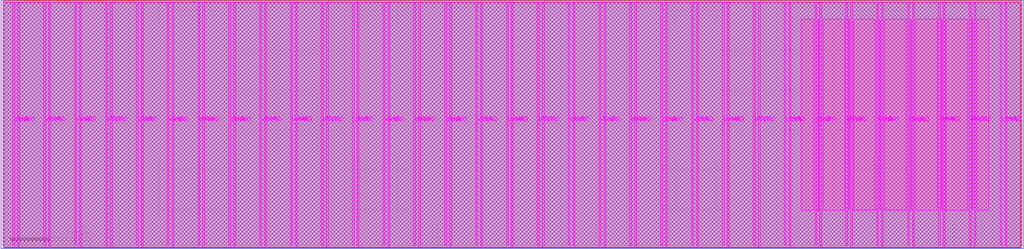
<source format=lef>
VERSION 5.7 ;
  NOWIREEXTENSIONATPIN ON ;
  DIVIDERCHAR "/" ;
  BUSBITCHARS "[]" ;
MACRO tt_um_SotaSoC
  CLASS BLOCK ;
  FOREIGN tt_um_SotaSoC ;
  ORIGIN 0.000 0.000 ;
  SIZE 1289.280 BY 313.740 ;
  PIN VGND
    DIRECTION INOUT ;
    USE GROUND ;
    PORT
      LAYER TopMetal1 ;
        RECT 21.580 3.150 23.780 310.180 ;
    END
    PORT
      LAYER TopMetal1 ;
        RECT 60.450 3.150 62.650 310.180 ;
    END
    PORT
      LAYER TopMetal1 ;
        RECT 99.320 3.150 101.520 310.180 ;
    END
    PORT
      LAYER TopMetal1 ;
        RECT 138.190 3.150 140.390 310.180 ;
    END
    PORT
      LAYER TopMetal1 ;
        RECT 177.060 3.150 179.260 310.180 ;
    END
    PORT
      LAYER TopMetal1 ;
        RECT 215.930 3.150 218.130 310.180 ;
    END
    PORT
      LAYER TopMetal1 ;
        RECT 254.800 3.150 257.000 310.180 ;
    END
    PORT
      LAYER TopMetal1 ;
        RECT 293.670 3.150 295.870 310.180 ;
    END
    PORT
      LAYER TopMetal1 ;
        RECT 332.540 3.150 334.740 310.180 ;
    END
    PORT
      LAYER TopMetal1 ;
        RECT 371.410 3.150 373.610 310.180 ;
    END
    PORT
      LAYER TopMetal1 ;
        RECT 410.280 3.150 412.480 310.180 ;
    END
    PORT
      LAYER TopMetal1 ;
        RECT 449.150 3.150 451.350 310.180 ;
    END
    PORT
      LAYER TopMetal1 ;
        RECT 488.020 3.150 490.220 310.180 ;
    END
    PORT
      LAYER TopMetal1 ;
        RECT 526.890 3.150 529.090 310.180 ;
    END
    PORT
      LAYER TopMetal1 ;
        RECT 565.760 3.150 567.960 310.180 ;
    END
    PORT
      LAYER TopMetal1 ;
        RECT 604.630 3.150 606.830 310.180 ;
    END
    PORT
      LAYER TopMetal1 ;
        RECT 643.500 3.150 645.700 310.180 ;
    END
    PORT
      LAYER TopMetal1 ;
        RECT 682.370 3.150 684.570 310.180 ;
    END
    PORT
      LAYER TopMetal1 ;
        RECT 721.240 3.150 723.440 310.180 ;
    END
    PORT
      LAYER TopMetal1 ;
        RECT 760.110 3.150 762.310 310.180 ;
    END
    PORT
      LAYER TopMetal1 ;
        RECT 798.980 3.150 801.180 310.180 ;
    END
    PORT
      LAYER TopMetal1 ;
        RECT 837.850 3.150 840.050 310.180 ;
    END
    PORT
      LAYER TopMetal1 ;
        RECT 876.720 3.150 878.920 310.180 ;
    END
    PORT
      LAYER TopMetal1 ;
        RECT 915.590 3.150 917.790 310.180 ;
    END
    PORT
      LAYER TopMetal1 ;
        RECT 954.460 3.150 956.660 310.180 ;
    END
    PORT
      LAYER TopMetal1 ;
        RECT 993.330 3.150 995.530 310.180 ;
    END
    PORT
      LAYER TopMetal1 ;
        RECT 1032.200 3.150 1034.400 310.180 ;
    END
    PORT
      LAYER TopMetal1 ;
        RECT 1071.070 3.150 1073.270 310.180 ;
    END
    PORT
      LAYER TopMetal1 ;
        RECT 1109.940 3.150 1112.140 310.180 ;
    END
    PORT
      LAYER TopMetal1 ;
        RECT 1148.810 3.150 1151.010 310.180 ;
    END
    PORT
      LAYER TopMetal1 ;
        RECT 1187.680 3.150 1189.880 310.180 ;
    END
    PORT
      LAYER TopMetal1 ;
        RECT 1226.550 3.150 1228.750 310.180 ;
    END
    PORT
      LAYER TopMetal1 ;
        RECT 1265.420 3.150 1267.620 310.180 ;
    END
  END VGND
  PIN VPWR
    DIRECTION INOUT ;
    USE POWER ;
    PORT
      LAYER TopMetal1 ;
        RECT 15.380 3.560 17.580 310.590 ;
    END
    PORT
      LAYER TopMetal1 ;
        RECT 54.250 3.560 56.450 310.590 ;
    END
    PORT
      LAYER TopMetal1 ;
        RECT 93.120 3.560 95.320 310.590 ;
    END
    PORT
      LAYER TopMetal1 ;
        RECT 131.990 3.560 134.190 310.590 ;
    END
    PORT
      LAYER TopMetal1 ;
        RECT 170.860 3.560 173.060 310.590 ;
    END
    PORT
      LAYER TopMetal1 ;
        RECT 209.730 3.560 211.930 310.590 ;
    END
    PORT
      LAYER TopMetal1 ;
        RECT 248.600 3.560 250.800 310.590 ;
    END
    PORT
      LAYER TopMetal1 ;
        RECT 287.470 3.560 289.670 310.590 ;
    END
    PORT
      LAYER TopMetal1 ;
        RECT 326.340 3.560 328.540 310.590 ;
    END
    PORT
      LAYER TopMetal1 ;
        RECT 365.210 3.560 367.410 310.590 ;
    END
    PORT
      LAYER TopMetal1 ;
        RECT 404.080 3.560 406.280 310.590 ;
    END
    PORT
      LAYER TopMetal1 ;
        RECT 442.950 3.560 445.150 310.590 ;
    END
    PORT
      LAYER TopMetal1 ;
        RECT 481.820 3.560 484.020 310.590 ;
    END
    PORT
      LAYER TopMetal1 ;
        RECT 520.690 3.560 522.890 310.590 ;
    END
    PORT
      LAYER TopMetal1 ;
        RECT 559.560 3.560 561.760 310.590 ;
    END
    PORT
      LAYER TopMetal1 ;
        RECT 598.430 3.560 600.630 310.590 ;
    END
    PORT
      LAYER TopMetal1 ;
        RECT 637.300 3.560 639.500 310.590 ;
    END
    PORT
      LAYER TopMetal1 ;
        RECT 676.170 3.560 678.370 310.590 ;
    END
    PORT
      LAYER TopMetal1 ;
        RECT 715.040 3.560 717.240 310.590 ;
    END
    PORT
      LAYER TopMetal1 ;
        RECT 753.910 3.560 756.110 310.590 ;
    END
    PORT
      LAYER TopMetal1 ;
        RECT 792.780 3.560 794.980 310.590 ;
    END
    PORT
      LAYER TopMetal1 ;
        RECT 831.650 3.560 833.850 310.590 ;
    END
    PORT
      LAYER TopMetal1 ;
        RECT 870.520 3.560 872.720 310.590 ;
    END
    PORT
      LAYER TopMetal1 ;
        RECT 909.390 3.560 911.590 310.590 ;
    END
    PORT
      LAYER TopMetal1 ;
        RECT 948.260 3.560 950.460 310.590 ;
    END
    PORT
      LAYER TopMetal1 ;
        RECT 987.130 3.560 989.330 310.590 ;
    END
    PORT
      LAYER TopMetal1 ;
        RECT 1026.000 3.560 1028.200 310.590 ;
    END
    PORT
      LAYER TopMetal1 ;
        RECT 1064.870 3.560 1067.070 310.590 ;
    END
    PORT
      LAYER TopMetal1 ;
        RECT 1103.740 3.560 1105.940 310.590 ;
    END
    PORT
      LAYER TopMetal1 ;
        RECT 1142.610 3.560 1144.810 310.590 ;
    END
    PORT
      LAYER TopMetal1 ;
        RECT 1181.480 3.560 1183.680 310.590 ;
    END
    PORT
      LAYER TopMetal1 ;
        RECT 1220.350 3.560 1222.550 310.590 ;
    END
    PORT
      LAYER TopMetal1 ;
        RECT 1259.220 3.560 1261.420 310.590 ;
    END
  END VPWR
  PIN clk
    DIRECTION INPUT ;
    USE SIGNAL ;
    ANTENNAGATEAREA 0.725400 ;
    PORT
      LAYER Metal4 ;
        RECT 187.050 312.740 187.350 313.740 ;
    END
  END clk
  PIN ena
    DIRECTION INPUT ;
    USE SIGNAL ;
    PORT
      LAYER Metal4 ;
        RECT 190.890 312.740 191.190 313.740 ;
    END
  END ena
  PIN rst_n
    DIRECTION INPUT ;
    USE SIGNAL ;
    ANTENNAGATEAREA 1.450800 ;
    PORT
      LAYER Metal4 ;
        RECT 183.210 312.740 183.510 313.740 ;
    END
  END rst_n
  PIN ui_in[0]
    DIRECTION INPUT ;
    USE SIGNAL ;
    ANTENNAGATEAREA 0.180700 ;
    PORT
      LAYER Metal4 ;
        RECT 179.370 312.740 179.670 313.740 ;
    END
  END ui_in[0]
  PIN ui_in[1]
    DIRECTION INPUT ;
    USE SIGNAL ;
    ANTENNAGATEAREA 0.180700 ;
    PORT
      LAYER Metal4 ;
        RECT 175.530 312.740 175.830 313.740 ;
    END
  END ui_in[1]
  PIN ui_in[2]
    DIRECTION INPUT ;
    USE SIGNAL ;
    ANTENNAGATEAREA 0.180700 ;
    PORT
      LAYER Metal4 ;
        RECT 171.690 312.740 171.990 313.740 ;
    END
  END ui_in[2]
  PIN ui_in[3]
    DIRECTION INPUT ;
    USE SIGNAL ;
    ANTENNAGATEAREA 0.180700 ;
    PORT
      LAYER Metal4 ;
        RECT 167.850 312.740 168.150 313.740 ;
    END
  END ui_in[3]
  PIN ui_in[4]
    DIRECTION INPUT ;
    USE SIGNAL ;
    ANTENNAGATEAREA 0.180700 ;
    PORT
      LAYER Metal4 ;
        RECT 164.010 312.740 164.310 313.740 ;
    END
  END ui_in[4]
  PIN ui_in[5]
    DIRECTION INPUT ;
    USE SIGNAL ;
    ANTENNAGATEAREA 0.213200 ;
    PORT
      LAYER Metal4 ;
        RECT 160.170 312.740 160.470 313.740 ;
    END
  END ui_in[5]
  PIN ui_in[6]
    DIRECTION INPUT ;
    USE SIGNAL ;
    ANTENNAGATEAREA 0.180700 ;
    PORT
      LAYER Metal4 ;
        RECT 156.330 312.740 156.630 313.740 ;
    END
  END ui_in[6]
  PIN ui_in[7]
    DIRECTION INPUT ;
    USE SIGNAL ;
    ANTENNAGATEAREA 0.213200 ;
    PORT
      LAYER Metal4 ;
        RECT 152.490 312.740 152.790 313.740 ;
    END
  END ui_in[7]
  PIN uio_in[0]
    DIRECTION INPUT ;
    USE SIGNAL ;
    PORT
      LAYER Metal4 ;
        RECT 148.650 312.740 148.950 313.740 ;
    END
  END uio_in[0]
  PIN uio_in[1]
    DIRECTION INPUT ;
    USE SIGNAL ;
    ANTENNAGATEAREA 0.213200 ;
    PORT
      LAYER Metal4 ;
        RECT 144.810 312.740 145.110 313.740 ;
    END
  END uio_in[1]
  PIN uio_in[2]
    DIRECTION INPUT ;
    USE SIGNAL ;
    ANTENNAGATEAREA 0.180700 ;
    PORT
      LAYER Metal4 ;
        RECT 140.970 312.740 141.270 313.740 ;
    END
  END uio_in[2]
  PIN uio_in[3]
    DIRECTION INPUT ;
    USE SIGNAL ;
    PORT
      LAYER Metal4 ;
        RECT 137.130 312.740 137.430 313.740 ;
    END
  END uio_in[3]
  PIN uio_in[4]
    DIRECTION INPUT ;
    USE SIGNAL ;
    ANTENNAGATEAREA 0.213200 ;
    PORT
      LAYER Metal4 ;
        RECT 133.290 312.740 133.590 313.740 ;
    END
  END uio_in[4]
  PIN uio_in[5]
    DIRECTION INPUT ;
    USE SIGNAL ;
    ANTENNAGATEAREA 0.213200 ;
    PORT
      LAYER Metal4 ;
        RECT 129.450 312.740 129.750 313.740 ;
    END
  END uio_in[5]
  PIN uio_in[6]
    DIRECTION INPUT ;
    USE SIGNAL ;
    PORT
      LAYER Metal4 ;
        RECT 125.610 312.740 125.910 313.740 ;
    END
  END uio_in[6]
  PIN uio_in[7]
    DIRECTION INPUT ;
    USE SIGNAL ;
    ANTENNAGATEAREA 0.213200 ;
    PORT
      LAYER Metal4 ;
        RECT 121.770 312.740 122.070 313.740 ;
    END
  END uio_in[7]
  PIN uio_oe[0]
    DIRECTION OUTPUT ;
    USE SIGNAL ;
    ANTENNADIFFAREA 0.392700 ;
    PORT
      LAYER Metal4 ;
        RECT 56.490 312.740 56.790 313.740 ;
    END
  END uio_oe[0]
  PIN uio_oe[1]
    DIRECTION OUTPUT ;
    USE SIGNAL ;
    ANTENNADIFFAREA 0.708600 ;
    PORT
      LAYER Metal4 ;
        RECT 52.650 312.740 52.950 313.740 ;
    END
  END uio_oe[1]
  PIN uio_oe[2]
    DIRECTION OUTPUT ;
    USE SIGNAL ;
    ANTENNADIFFAREA 0.708600 ;
    PORT
      LAYER Metal4 ;
        RECT 48.810 312.740 49.110 313.740 ;
    END
  END uio_oe[2]
  PIN uio_oe[3]
    DIRECTION OUTPUT ;
    USE SIGNAL ;
    ANTENNADIFFAREA 0.392700 ;
    PORT
      LAYER Metal4 ;
        RECT 44.970 312.740 45.270 313.740 ;
    END
  END uio_oe[3]
  PIN uio_oe[4]
    DIRECTION OUTPUT ;
    USE SIGNAL ;
    ANTENNADIFFAREA 0.706800 ;
    PORT
      LAYER Metal4 ;
        RECT 41.130 312.740 41.430 313.740 ;
    END
  END uio_oe[4]
  PIN uio_oe[5]
    DIRECTION OUTPUT ;
    USE SIGNAL ;
    ANTENNAGATEAREA 0.683800 ;
    ANTENNADIFFAREA 0.716100 ;
    PORT
      LAYER Metal4 ;
        RECT 37.290 312.740 37.590 313.740 ;
    END
  END uio_oe[5]
  PIN uio_oe[6]
    DIRECTION OUTPUT ;
    USE SIGNAL ;
    ANTENNADIFFAREA 0.392700 ;
    PORT
      LAYER Metal4 ;
        RECT 33.450 312.740 33.750 313.740 ;
    END
  END uio_oe[6]
  PIN uio_oe[7]
    DIRECTION OUTPUT ;
    USE SIGNAL ;
    ANTENNADIFFAREA 1.008100 ;
    PORT
      LAYER Metal4 ;
        RECT 29.610 312.740 29.910 313.740 ;
    END
  END uio_oe[7]
  PIN uio_out[0]
    DIRECTION OUTPUT ;
    USE SIGNAL ;
    ANTENNADIFFAREA 2.827200 ;
    PORT
      LAYER Metal4 ;
        RECT 87.210 312.740 87.510 313.740 ;
    END
  END uio_out[0]
  PIN uio_out[1]
    DIRECTION OUTPUT ;
    USE SIGNAL ;
    ANTENNAGATEAREA 0.335400 ;
    ANTENNADIFFAREA 0.716100 ;
    PORT
      LAYER Metal4 ;
        RECT 83.370 312.740 83.670 313.740 ;
    END
  END uio_out[1]
  PIN uio_out[2]
    DIRECTION OUTPUT ;
    USE SIGNAL ;
    ANTENNAGATEAREA 0.109200 ;
    ANTENNADIFFAREA 0.716100 ;
    PORT
      LAYER Metal4 ;
        RECT 79.530 312.740 79.830 313.740 ;
    END
  END uio_out[2]
  PIN uio_out[3]
    DIRECTION OUTPUT ;
    USE SIGNAL ;
    ANTENNADIFFAREA 0.708600 ;
    PORT
      LAYER Metal4 ;
        RECT 75.690 312.740 75.990 313.740 ;
    END
  END uio_out[3]
  PIN uio_out[4]
    DIRECTION OUTPUT ;
    USE SIGNAL ;
    ANTENNAGATEAREA 0.109200 ;
    ANTENNADIFFAREA 0.716100 ;
    PORT
      LAYER Metal4 ;
        RECT 71.850 312.740 72.150 313.740 ;
    END
  END uio_out[4]
  PIN uio_out[5]
    DIRECTION OUTPUT ;
    USE SIGNAL ;
    ANTENNAGATEAREA 0.109200 ;
    ANTENNADIFFAREA 0.716100 ;
    PORT
      LAYER Metal4 ;
        RECT 68.010 312.740 68.310 313.740 ;
    END
  END uio_out[5]
  PIN uio_out[6]
    DIRECTION OUTPUT ;
    USE SIGNAL ;
    ANTENNADIFFAREA 2.827200 ;
    PORT
      LAYER Metal4 ;
        RECT 64.170 312.740 64.470 313.740 ;
    END
  END uio_out[6]
  PIN uio_out[7]
    DIRECTION OUTPUT ;
    USE SIGNAL ;
    ANTENNADIFFAREA 0.632400 ;
    PORT
      LAYER Metal4 ;
        RECT 60.330 312.740 60.630 313.740 ;
    END
  END uio_out[7]
  PIN uo_out[0]
    DIRECTION OUTPUT ;
    USE SIGNAL ;
    ANTENNADIFFAREA 2.827200 ;
    PORT
      LAYER Metal4 ;
        RECT 117.930 312.740 118.230 313.740 ;
    END
  END uo_out[0]
  PIN uo_out[1]
    DIRECTION OUTPUT ;
    USE SIGNAL ;
    ANTENNADIFFAREA 2.827200 ;
    PORT
      LAYER Metal4 ;
        RECT 114.090 312.740 114.390 313.740 ;
    END
  END uo_out[1]
  PIN uo_out[2]
    DIRECTION OUTPUT ;
    USE SIGNAL ;
    ANTENNADIFFAREA 0.677200 ;
    PORT
      LAYER Metal4 ;
        RECT 110.250 312.740 110.550 313.740 ;
    END
  END uo_out[2]
  PIN uo_out[3]
    DIRECTION OUTPUT ;
    USE SIGNAL ;
    ANTENNADIFFAREA 0.708600 ;
    PORT
      LAYER Metal4 ;
        RECT 106.410 312.740 106.710 313.740 ;
    END
  END uo_out[3]
  PIN uo_out[4]
    DIRECTION OUTPUT ;
    USE SIGNAL ;
    ANTENNADIFFAREA 0.988000 ;
    PORT
      LAYER Metal4 ;
        RECT 102.570 312.740 102.870 313.740 ;
    END
  END uo_out[4]
  PIN uo_out[5]
    DIRECTION OUTPUT ;
    USE SIGNAL ;
    ANTENNADIFFAREA 0.988000 ;
    PORT
      LAYER Metal4 ;
        RECT 98.730 312.740 99.030 313.740 ;
    END
  END uo_out[5]
  PIN uo_out[6]
    DIRECTION OUTPUT ;
    USE SIGNAL ;
    ANTENNADIFFAREA 0.677200 ;
    PORT
      LAYER Metal4 ;
        RECT 94.890 312.740 95.190 313.740 ;
    END
  END uo_out[6]
  PIN uo_out[7]
    DIRECTION OUTPUT ;
    USE SIGNAL ;
    ANTENNADIFFAREA 0.708600 ;
    PORT
      LAYER Metal4 ;
        RECT 91.050 312.740 91.350 313.740 ;
    END
  END uo_out[7]
  OBS
      LAYER GatPoly ;
        RECT 2.880 3.630 1286.400 310.110 ;
      LAYER Metal1 ;
        RECT 2.880 3.560 1286.400 310.180 ;
      LAYER Metal2 ;
        RECT 0.375 0.275 1288.425 313.465 ;
      LAYER Metal3 ;
        RECT 0.335 0.320 1288.465 313.420 ;
      LAYER Metal4 ;
        RECT 3.735 312.530 29.400 312.740 ;
        RECT 30.120 312.530 33.240 312.740 ;
        RECT 33.960 312.530 37.080 312.740 ;
        RECT 37.800 312.530 40.920 312.740 ;
        RECT 41.640 312.530 44.760 312.740 ;
        RECT 45.480 312.530 48.600 312.740 ;
        RECT 49.320 312.530 52.440 312.740 ;
        RECT 53.160 312.530 56.280 312.740 ;
        RECT 57.000 312.530 60.120 312.740 ;
        RECT 60.840 312.530 63.960 312.740 ;
        RECT 64.680 312.530 67.800 312.740 ;
        RECT 68.520 312.530 71.640 312.740 ;
        RECT 72.360 312.530 75.480 312.740 ;
        RECT 76.200 312.530 79.320 312.740 ;
        RECT 80.040 312.530 83.160 312.740 ;
        RECT 83.880 312.530 87.000 312.740 ;
        RECT 87.720 312.530 90.840 312.740 ;
        RECT 91.560 312.530 94.680 312.740 ;
        RECT 95.400 312.530 98.520 312.740 ;
        RECT 99.240 312.530 102.360 312.740 ;
        RECT 103.080 312.530 106.200 312.740 ;
        RECT 106.920 312.530 110.040 312.740 ;
        RECT 110.760 312.530 113.880 312.740 ;
        RECT 114.600 312.530 117.720 312.740 ;
        RECT 118.440 312.530 121.560 312.740 ;
        RECT 122.280 312.530 125.400 312.740 ;
        RECT 126.120 312.530 129.240 312.740 ;
        RECT 129.960 312.530 133.080 312.740 ;
        RECT 133.800 312.530 136.920 312.740 ;
        RECT 137.640 312.530 140.760 312.740 ;
        RECT 141.480 312.530 144.600 312.740 ;
        RECT 145.320 312.530 148.440 312.740 ;
        RECT 149.160 312.530 152.280 312.740 ;
        RECT 153.000 312.530 156.120 312.740 ;
        RECT 156.840 312.530 159.960 312.740 ;
        RECT 160.680 312.530 163.800 312.740 ;
        RECT 164.520 312.530 167.640 312.740 ;
        RECT 168.360 312.530 171.480 312.740 ;
        RECT 172.200 312.530 175.320 312.740 ;
        RECT 176.040 312.530 179.160 312.740 ;
        RECT 179.880 312.530 183.000 312.740 ;
        RECT 183.720 312.530 186.840 312.740 ;
        RECT 187.560 312.530 190.680 312.740 ;
        RECT 191.400 312.530 1285.540 312.740 ;
        RECT 3.735 1.535 1285.540 312.530 ;
      LAYER Metal5 ;
        RECT 3.695 2.000 1284.625 310.900 ;
      LAYER TopMetal1 ;
        RECT 1008.580 48.320 1024.360 289.360 ;
        RECT 1029.840 48.320 1030.560 289.360 ;
        RECT 1036.040 48.320 1063.230 289.360 ;
        RECT 1068.710 48.320 1069.430 289.360 ;
        RECT 1074.910 48.320 1102.100 289.360 ;
        RECT 1107.580 48.320 1108.300 289.360 ;
        RECT 1113.780 48.320 1140.970 289.360 ;
        RECT 1146.450 48.320 1147.170 289.360 ;
        RECT 1152.650 48.320 1179.840 289.360 ;
        RECT 1185.320 48.320 1186.040 289.360 ;
        RECT 1191.520 48.320 1218.710 289.360 ;
        RECT 1224.190 48.320 1224.910 289.360 ;
        RECT 1230.390 48.320 1245.060 289.360 ;
  END
END tt_um_SotaSoC
END LIBRARY


</source>
